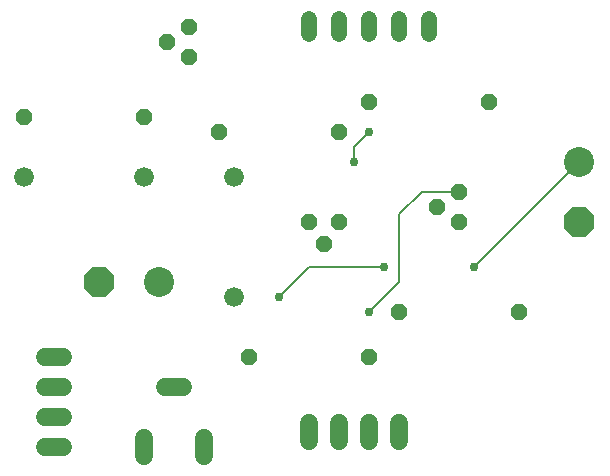
<source format=gbr>
G04 EAGLE Gerber X2 export*
%TF.Part,Single*%
%TF.FileFunction,Copper,L2,Bot,Mixed*%
%TF.FilePolarity,Positive*%
%TF.GenerationSoftware,Autodesk,EAGLE,9.6.2*%
%TF.CreationDate,2021-04-18T15:31:11Z*%
G75*
%MOMM*%
%FSLAX34Y34*%
%LPD*%
%INBottom Copper*%
%AMOC8*
5,1,8,0,0,1.08239X$1,22.5*%
G01*
%ADD10C,2.540000*%
%ADD11P,2.749271X8X202.500000*%
%ADD12P,2.749271X8X292.500000*%
%ADD13C,1.676400*%
%ADD14P,1.429621X8X202.500000*%
%ADD15P,1.429621X8X112.500000*%
%ADD16P,1.429621X8X22.500000*%
%ADD17C,1.524000*%
%ADD18C,1.320800*%
%ADD19C,0.756400*%
%ADD20C,0.152400*%


D10*
X139700Y177800D03*
D11*
X88900Y177800D03*
D10*
X495300Y279400D03*
D12*
X495300Y228600D03*
D13*
X25400Y266700D03*
X127000Y266700D03*
X203200Y266700D03*
X203200Y165100D03*
D14*
X266700Y228600D03*
X279400Y209550D03*
X292100Y228600D03*
D15*
X165100Y393700D03*
X146050Y381000D03*
X165100Y368300D03*
X393700Y254000D03*
X374650Y241300D03*
X393700Y228600D03*
D16*
X215900Y114300D03*
X317500Y114300D03*
X25400Y317500D03*
X127000Y317500D03*
X317500Y330200D03*
X419100Y330200D03*
D14*
X292100Y304800D03*
X190500Y304800D03*
X444500Y152400D03*
X342900Y152400D03*
D17*
X58420Y38100D02*
X43180Y38100D01*
X43180Y63500D02*
X58420Y63500D01*
X58420Y88900D02*
X43180Y88900D01*
X43180Y114300D02*
X58420Y114300D01*
X342900Y58420D02*
X342900Y43180D01*
X317500Y43180D02*
X317500Y58420D01*
X292100Y58420D02*
X292100Y43180D01*
X266700Y43180D02*
X266700Y58420D01*
D18*
X368300Y387096D02*
X368300Y400304D01*
X342900Y400304D02*
X342900Y387096D01*
X317500Y387096D02*
X317500Y400304D01*
X292100Y400304D02*
X292100Y387096D01*
X266700Y387096D02*
X266700Y400304D01*
D17*
X160020Y88900D02*
X144780Y88900D01*
X127000Y45720D02*
X127000Y30480D01*
X177800Y30480D02*
X177800Y45720D01*
D19*
X292100Y228600D03*
X292100Y228600D03*
X304800Y279400D03*
D20*
X304800Y292100D01*
X317500Y304800D01*
D19*
X317500Y304800D03*
X203200Y165100D03*
X203200Y165100D03*
X241300Y165100D03*
D20*
X266700Y190500D01*
X330200Y190500D01*
D19*
X330200Y190500D03*
X342900Y152400D03*
X342900Y152400D03*
X406400Y190500D03*
D20*
X495300Y279400D01*
D19*
X317500Y152400D03*
D20*
X342900Y177800D01*
X342900Y234822D02*
X362078Y254000D01*
X393700Y254000D01*
X342900Y234822D02*
X342900Y177800D01*
M02*

</source>
